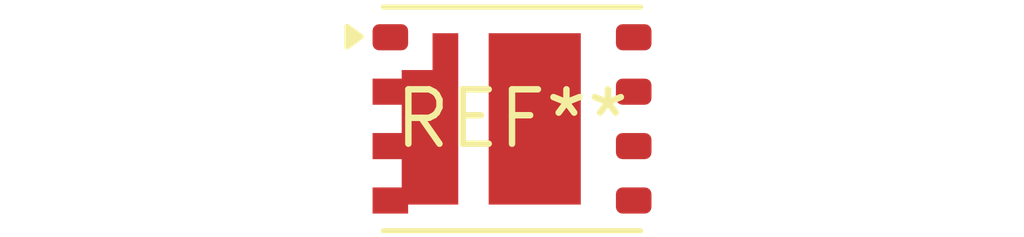
<source format=kicad_pcb>
(kicad_pcb (version 20240108) (generator pcbnew)
  (layers (0 "F.Cu" signal) (31 "B.Cu" signal) (34 "B.Paste" user) (35 "F.Paste" user) (36 "B.SilkS" user "B.Silkscreen") (37 "F.SilkS" user "F.Silkscreen") (38 "B.Mask" user) (39 "F.Mask" user) (44 "Edge.Cuts" user))
  (net 0 "")
  (footprint "Infineon_PG-TISON-8-3" (layer "F.Cu") (at 0 0)
    (property "Reference" "REF**")
    (property "Value" "Infineon_PG-TISON-8-3")
    (fp_line (start 3 -2.61) (end -3 -2.61) (layer "F.SilkS") (stroke (width 0.12)))
    (fp_line (start 3 2.61) (end -3 2.61) (layer "F.SilkS") (stroke (width 0.12)))
    (fp_poly (pts (xy -3.52 -1.92) (xy -3.85 -1.68) (xy -3.85 -2.16) (xy -3.52 -1.92)) (layer "F.SilkS") (stroke (width 0.12)) (fill solid))
    (pad "1" smd roundrect (at -2.84 -1.905) (size 0.83 0.61) (layers "F.Cu" "F.Paste" "F.Mask"))
    (pad "2" smd custom (at -1.555 0) (size 0.6 4) (layers "F.Cu" "F.Mask") (options (clearance outline) (anchor rect)) (primitives (gr_poly (pts (xy -0.3 2) (xy -0.87 2) (xy -0.87 2.21) (xy -1.7 2.21) (xy -1.7 1.6) (xy -1.02 1.6) (xy -1.02 0.94) (xy -1.7 0.94) (xy -1.7 0.33) (xy -1.02 0.33) (xy -1.02 -0.33) (xy -1.7 -0.33) (xy -1.7 -0.94) (xy -1.02 -0.94) (xy -1.02 -1.14) (xy -0.3 -1.14)) (width 0) (fill yes))))
    (pad "3" smd roundrect (at 2.84 1.905) (size 0.83 0.61) (layers "F.Cu" "F.Paste" "F.Mask"))
    (pad "4" smd roundrect (at 2.84 0.635) (size 0.83 0.61) (layers "F.Cu" "F.Paste" "F.Mask"))
    (pad "5" smd roundrect (at 2.84 -0.635) (size 0.83 0.61) (layers "F.Cu" "F.Paste" "F.Mask"))
    (pad "6" smd roundrect (at 2.84 -1.905) (size 0.83 0.61) (layers "F.Cu" "F.Paste" "F.Mask"))
    (pad "7" smd rect (at 0.53 0) (size 2.15 4) (layers "F.Cu" "F.Mask"))
  )
)
</source>
